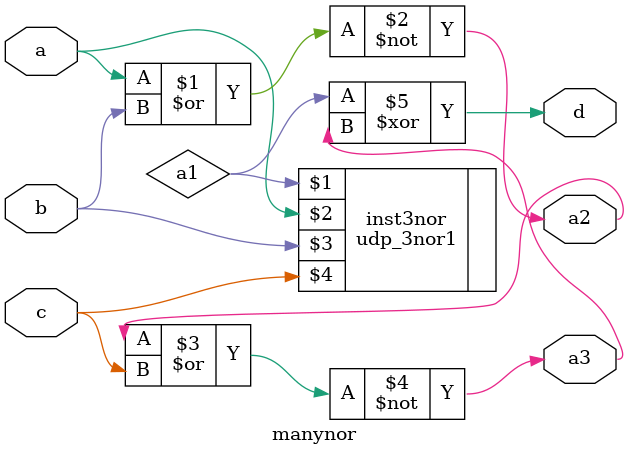
<source format=v>
module manynor(input a, b, c, output d , a2, a3);
wire a1 ;
udp_3nor1 inst3nor(a1, a, b, c) ;
nor ins1nor(a2, a, b) ;
nor ins2nor(a3, a2, c) ;
xor ins1xor(d, a1, a3) ;
endmodule
</source>
